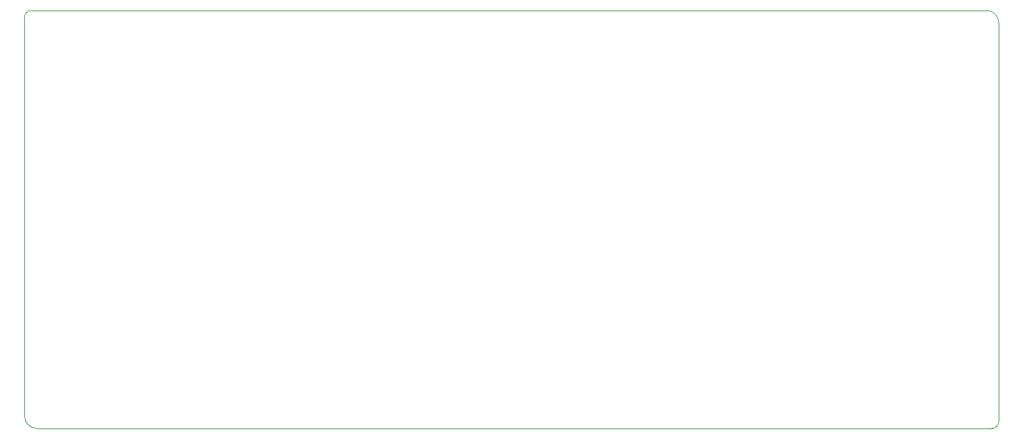
<source format=gm1>
G04 #@! TF.GenerationSoftware,KiCad,Pcbnew,(5.1.10)-1*
G04 #@! TF.CreationDate,2021-07-23T06:30:34-04:00*
G04 #@! TF.ProjectId,ProtoTooManyKeys,50726f74-6f54-46f6-9f4d-616e794b6579,1.5*
G04 #@! TF.SameCoordinates,Original*
G04 #@! TF.FileFunction,Profile,NP*
%FSLAX46Y46*%
G04 Gerber Fmt 4.6, Leading zero omitted, Abs format (unit mm)*
G04 Created by KiCad (PCBNEW (5.1.10)-1) date 2021-07-23 06:30:34*
%MOMM*%
%LPD*%
G01*
G04 APERTURE LIST*
G04 #@! TA.AperFunction,Profile*
%ADD10C,0.050000*%
G04 #@! TD*
G04 APERTURE END LIST*
D10*
X337185000Y-366649000D02*
X337185000Y-418020500D01*
X461835500Y-419608000D02*
X338772500Y-419608000D01*
X462724500Y-418719000D02*
G75*
G02*
X461835500Y-419608000I-889000J0D01*
G01*
X338772500Y-419608000D02*
G75*
G02*
X337185000Y-418020500I0J1587500D01*
G01*
X462724500Y-367347500D02*
X462724500Y-418719000D01*
X337185000Y-366649000D02*
G75*
G02*
X338074000Y-365760000I889000J0D01*
G01*
X338074000Y-365760000D02*
X461137000Y-365760000D01*
X461137000Y-365760000D02*
G75*
G02*
X462724500Y-367347500I0J-1587500D01*
G01*
M02*

</source>
